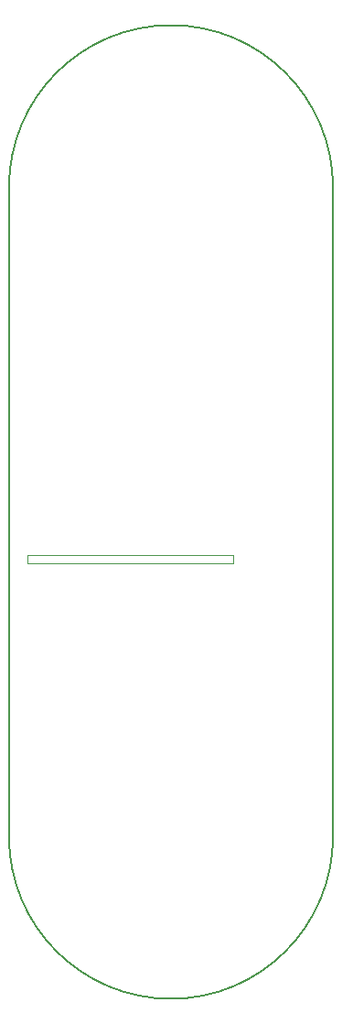
<source format=gbr>
G04 #@! TF.GenerationSoftware,KiCad,Pcbnew,5.1.10-88a1d61d58~88~ubuntu18.04.1*
G04 #@! TF.CreationDate,2021-11-17T21:44:28+08:00*
G04 #@! TF.ProjectId,ModuleV440,4d6f6475-6c65-4563-9434-302e6b696361,rev?*
G04 #@! TF.SameCoordinates,Original*
G04 #@! TF.FileFunction,Profile,NP*
%FSLAX46Y46*%
G04 Gerber Fmt 4.6, Leading zero omitted, Abs format (unit mm)*
G04 Created by KiCad (PCBNEW 5.1.10-88a1d61d58~88~ubuntu18.04.1) date 2021-11-17 21:44:28*
%MOMM*%
%LPD*%
G01*
G04 APERTURE LIST*
G04 #@! TA.AperFunction,Profile*
%ADD10C,0.100000*%
G04 #@! TD*
G04 #@! TA.AperFunction,Profile*
%ADD11C,0.150000*%
G04 #@! TD*
G04 APERTURE END LIST*
D10*
X103667600Y-78837600D02*
X103667600Y-79587600D01*
X103667600Y-78837600D02*
X122667600Y-78837600D01*
X122667600Y-79587600D02*
X103667600Y-79587600D01*
X122667600Y-78837600D02*
X122667600Y-79587600D01*
D11*
X101917600Y-44837600D02*
G75*
G02*
X131917600Y-44837600I15000000J0D01*
G01*
X131917600Y-104837600D02*
G75*
G02*
X101917600Y-104837600I-15000000J0D01*
G01*
X101917600Y-101907600D02*
X101937600Y-98297600D01*
X101917600Y-104837600D02*
X101917600Y-101907600D01*
X101937600Y-98297600D02*
X101917600Y-44837600D01*
X131917600Y-44837600D02*
X131917600Y-104837600D01*
M02*

</source>
